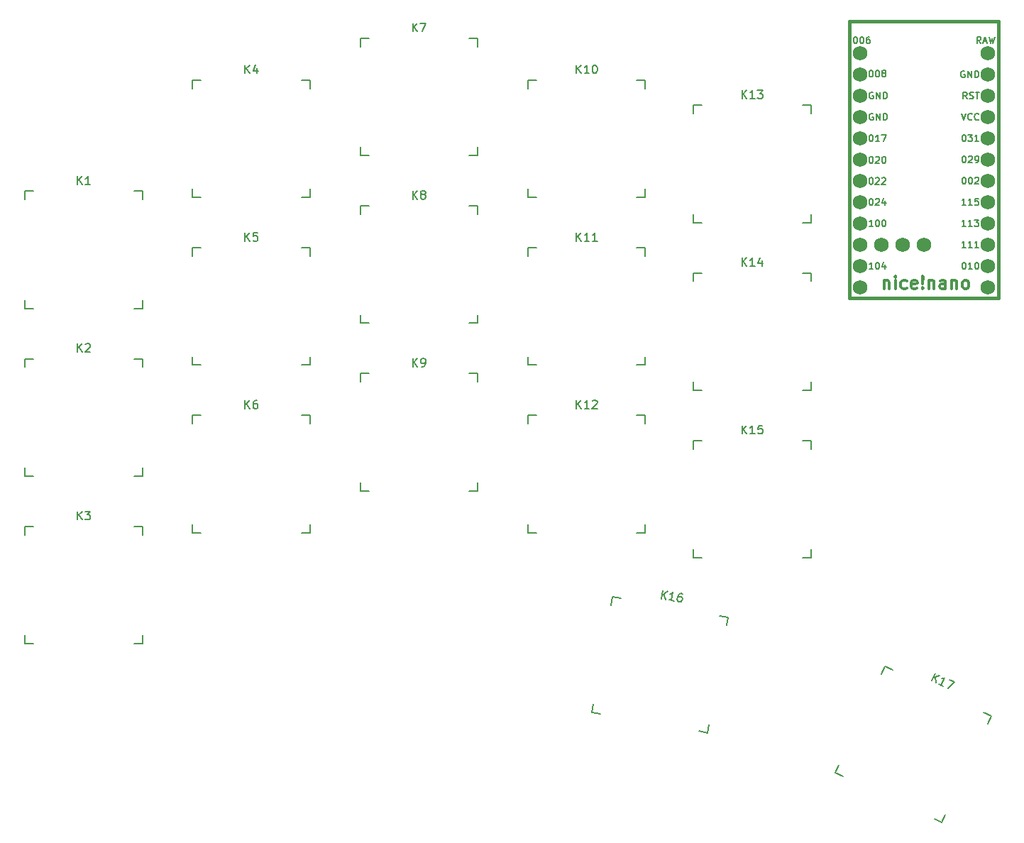
<source format=gbr>
%TF.GenerationSoftware,KiCad,Pcbnew,9.0.2*%
%TF.CreationDate,2025-05-24T14:32:55-04:00*%
%TF.ProjectId,ErgoDecks,4572676f-4465-4636-9b73-2e6b69636164,rev?*%
%TF.SameCoordinates,Original*%
%TF.FileFunction,Legend,Top*%
%TF.FilePolarity,Positive*%
%FSLAX46Y46*%
G04 Gerber Fmt 4.6, Leading zero omitted, Abs format (unit mm)*
G04 Created by KiCad (PCBNEW 9.0.2) date 2025-05-24 14:32:55*
%MOMM*%
%LPD*%
G01*
G04 APERTURE LIST*
%ADD10C,0.150000*%
%ADD11C,0.300000*%
%ADD12C,0.381000*%
%ADD13C,1.752600*%
G04 APERTURE END LIST*
D10*
X105935714Y-101949819D02*
X105935714Y-100949819D01*
X106507142Y-101949819D02*
X106078571Y-101378390D01*
X106507142Y-100949819D02*
X105935714Y-101521247D01*
X107459523Y-101949819D02*
X106888095Y-101949819D01*
X107173809Y-101949819D02*
X107173809Y-100949819D01*
X107173809Y-100949819D02*
X107078571Y-101092676D01*
X107078571Y-101092676D02*
X106983333Y-101187914D01*
X106983333Y-101187914D02*
X106888095Y-101235533D01*
X108364285Y-100949819D02*
X107888095Y-100949819D01*
X107888095Y-100949819D02*
X107840476Y-101426009D01*
X107840476Y-101426009D02*
X107888095Y-101378390D01*
X107888095Y-101378390D02*
X107983333Y-101330771D01*
X107983333Y-101330771D02*
X108221428Y-101330771D01*
X108221428Y-101330771D02*
X108316666Y-101378390D01*
X108316666Y-101378390D02*
X108364285Y-101426009D01*
X108364285Y-101426009D02*
X108411904Y-101521247D01*
X108411904Y-101521247D02*
X108411904Y-101759342D01*
X108411904Y-101759342D02*
X108364285Y-101854580D01*
X108364285Y-101854580D02*
X108316666Y-101902200D01*
X108316666Y-101902200D02*
X108221428Y-101949819D01*
X108221428Y-101949819D02*
X107983333Y-101949819D01*
X107983333Y-101949819D02*
X107888095Y-101902200D01*
X107888095Y-101902200D02*
X107840476Y-101854580D01*
X26661905Y-72199819D02*
X26661905Y-71199819D01*
X27233333Y-72199819D02*
X26804762Y-71628390D01*
X27233333Y-71199819D02*
X26661905Y-71771247D01*
X28185714Y-72199819D02*
X27614286Y-72199819D01*
X27900000Y-72199819D02*
X27900000Y-71199819D01*
X27900000Y-71199819D02*
X27804762Y-71342676D01*
X27804762Y-71342676D02*
X27709524Y-71437914D01*
X27709524Y-71437914D02*
X27614286Y-71485533D01*
X128595982Y-131417455D02*
X129018600Y-130511147D01*
X129113872Y-131658951D02*
X128966951Y-130959939D01*
X129536490Y-130752644D02*
X128777104Y-131029038D01*
X129977022Y-132061445D02*
X129459132Y-131819949D01*
X129718077Y-131940697D02*
X130140696Y-131034389D01*
X130140696Y-131034389D02*
X129994007Y-131123612D01*
X129994007Y-131123612D02*
X129867442Y-131169678D01*
X129867442Y-131169678D02*
X129761002Y-131172586D01*
X130701743Y-131296010D02*
X131305949Y-131577755D01*
X131305949Y-131577755D02*
X130494913Y-132302941D01*
X66661905Y-93949819D02*
X66661905Y-92949819D01*
X67233333Y-93949819D02*
X66804762Y-93378390D01*
X67233333Y-92949819D02*
X66661905Y-93521247D01*
X67709524Y-93949819D02*
X67900000Y-93949819D01*
X67900000Y-93949819D02*
X67995238Y-93902200D01*
X67995238Y-93902200D02*
X68042857Y-93854580D01*
X68042857Y-93854580D02*
X68138095Y-93711723D01*
X68138095Y-93711723D02*
X68185714Y-93521247D01*
X68185714Y-93521247D02*
X68185714Y-93140295D01*
X68185714Y-93140295D02*
X68138095Y-93045057D01*
X68138095Y-93045057D02*
X68090476Y-92997438D01*
X68090476Y-92997438D02*
X67995238Y-92949819D01*
X67995238Y-92949819D02*
X67804762Y-92949819D01*
X67804762Y-92949819D02*
X67709524Y-92997438D01*
X67709524Y-92997438D02*
X67661905Y-93045057D01*
X67661905Y-93045057D02*
X67614286Y-93140295D01*
X67614286Y-93140295D02*
X67614286Y-93378390D01*
X67614286Y-93378390D02*
X67661905Y-93473628D01*
X67661905Y-93473628D02*
X67709524Y-93521247D01*
X67709524Y-93521247D02*
X67804762Y-93568866D01*
X67804762Y-93568866D02*
X67995238Y-93568866D01*
X67995238Y-93568866D02*
X68090476Y-93521247D01*
X68090476Y-93521247D02*
X68138095Y-93473628D01*
X68138095Y-93473628D02*
X68185714Y-93378390D01*
X96308649Y-121607462D02*
X96482297Y-120622655D01*
X96871396Y-121706690D02*
X96548563Y-121069522D01*
X97045044Y-120721882D02*
X96383070Y-121185402D01*
X97809308Y-121872069D02*
X97246561Y-121772842D01*
X97527935Y-121822455D02*
X97701583Y-120837648D01*
X97701583Y-120837648D02*
X97582985Y-120961796D01*
X97582985Y-120961796D02*
X97472656Y-121039050D01*
X97472656Y-121039050D02*
X97370596Y-121069407D01*
X98827078Y-121036103D02*
X98639495Y-121003027D01*
X98639495Y-121003027D02*
X98537435Y-121033384D01*
X98537435Y-121033384D02*
X98482270Y-121072011D01*
X98482270Y-121072011D02*
X98363672Y-121196160D01*
X98363672Y-121196160D02*
X98283701Y-121375473D01*
X98283701Y-121375473D02*
X98217549Y-121750638D01*
X98217549Y-121750638D02*
X98247907Y-121852699D01*
X98247907Y-121852699D02*
X98286533Y-121907863D01*
X98286533Y-121907863D02*
X98372056Y-121971297D01*
X98372056Y-121971297D02*
X98559638Y-122004372D01*
X98559638Y-122004372D02*
X98661698Y-121974015D01*
X98661698Y-121974015D02*
X98716863Y-121935388D01*
X98716863Y-121935388D02*
X98780296Y-121849866D01*
X98780296Y-121849866D02*
X98821641Y-121615388D01*
X98821641Y-121615388D02*
X98791284Y-121513328D01*
X98791284Y-121513328D02*
X98752657Y-121458163D01*
X98752657Y-121458163D02*
X98667135Y-121394730D01*
X98667135Y-121394730D02*
X98479552Y-121361654D01*
X98479552Y-121361654D02*
X98377492Y-121392011D01*
X98377492Y-121392011D02*
X98322327Y-121430638D01*
X98322327Y-121430638D02*
X98258894Y-121516160D01*
X46661905Y-78949819D02*
X46661905Y-77949819D01*
X47233333Y-78949819D02*
X46804762Y-78378390D01*
X47233333Y-77949819D02*
X46661905Y-78521247D01*
X48138095Y-77949819D02*
X47661905Y-77949819D01*
X47661905Y-77949819D02*
X47614286Y-78426009D01*
X47614286Y-78426009D02*
X47661905Y-78378390D01*
X47661905Y-78378390D02*
X47757143Y-78330771D01*
X47757143Y-78330771D02*
X47995238Y-78330771D01*
X47995238Y-78330771D02*
X48090476Y-78378390D01*
X48090476Y-78378390D02*
X48138095Y-78426009D01*
X48138095Y-78426009D02*
X48185714Y-78521247D01*
X48185714Y-78521247D02*
X48185714Y-78759342D01*
X48185714Y-78759342D02*
X48138095Y-78854580D01*
X48138095Y-78854580D02*
X48090476Y-78902200D01*
X48090476Y-78902200D02*
X47995238Y-78949819D01*
X47995238Y-78949819D02*
X47757143Y-78949819D01*
X47757143Y-78949819D02*
X47661905Y-78902200D01*
X47661905Y-78902200D02*
X47614286Y-78854580D01*
X121312810Y-71362295D02*
X121389000Y-71362295D01*
X121389000Y-71362295D02*
X121465191Y-71400390D01*
X121465191Y-71400390D02*
X121503286Y-71438485D01*
X121503286Y-71438485D02*
X121541381Y-71514676D01*
X121541381Y-71514676D02*
X121579476Y-71667057D01*
X121579476Y-71667057D02*
X121579476Y-71857533D01*
X121579476Y-71857533D02*
X121541381Y-72009914D01*
X121541381Y-72009914D02*
X121503286Y-72086104D01*
X121503286Y-72086104D02*
X121465191Y-72124200D01*
X121465191Y-72124200D02*
X121389000Y-72162295D01*
X121389000Y-72162295D02*
X121312810Y-72162295D01*
X121312810Y-72162295D02*
X121236619Y-72124200D01*
X121236619Y-72124200D02*
X121198524Y-72086104D01*
X121198524Y-72086104D02*
X121160429Y-72009914D01*
X121160429Y-72009914D02*
X121122333Y-71857533D01*
X121122333Y-71857533D02*
X121122333Y-71667057D01*
X121122333Y-71667057D02*
X121160429Y-71514676D01*
X121160429Y-71514676D02*
X121198524Y-71438485D01*
X121198524Y-71438485D02*
X121236619Y-71400390D01*
X121236619Y-71400390D02*
X121312810Y-71362295D01*
X121884238Y-71438485D02*
X121922334Y-71400390D01*
X121922334Y-71400390D02*
X121998524Y-71362295D01*
X121998524Y-71362295D02*
X122189000Y-71362295D01*
X122189000Y-71362295D02*
X122265191Y-71400390D01*
X122265191Y-71400390D02*
X122303286Y-71438485D01*
X122303286Y-71438485D02*
X122341381Y-71514676D01*
X122341381Y-71514676D02*
X122341381Y-71590866D01*
X122341381Y-71590866D02*
X122303286Y-71705152D01*
X122303286Y-71705152D02*
X121846143Y-72162295D01*
X121846143Y-72162295D02*
X122341381Y-72162295D01*
X122646143Y-71438485D02*
X122684239Y-71400390D01*
X122684239Y-71400390D02*
X122760429Y-71362295D01*
X122760429Y-71362295D02*
X122950905Y-71362295D01*
X122950905Y-71362295D02*
X123027096Y-71400390D01*
X123027096Y-71400390D02*
X123065191Y-71438485D01*
X123065191Y-71438485D02*
X123103286Y-71514676D01*
X123103286Y-71514676D02*
X123103286Y-71590866D01*
X123103286Y-71590866D02*
X123065191Y-71705152D01*
X123065191Y-71705152D02*
X122608048Y-72162295D01*
X122608048Y-72162295D02*
X123103286Y-72162295D01*
X121312810Y-66262295D02*
X121389000Y-66262295D01*
X121389000Y-66262295D02*
X121465191Y-66300390D01*
X121465191Y-66300390D02*
X121503286Y-66338485D01*
X121503286Y-66338485D02*
X121541381Y-66414676D01*
X121541381Y-66414676D02*
X121579476Y-66567057D01*
X121579476Y-66567057D02*
X121579476Y-66757533D01*
X121579476Y-66757533D02*
X121541381Y-66909914D01*
X121541381Y-66909914D02*
X121503286Y-66986104D01*
X121503286Y-66986104D02*
X121465191Y-67024200D01*
X121465191Y-67024200D02*
X121389000Y-67062295D01*
X121389000Y-67062295D02*
X121312810Y-67062295D01*
X121312810Y-67062295D02*
X121236619Y-67024200D01*
X121236619Y-67024200D02*
X121198524Y-66986104D01*
X121198524Y-66986104D02*
X121160429Y-66909914D01*
X121160429Y-66909914D02*
X121122333Y-66757533D01*
X121122333Y-66757533D02*
X121122333Y-66567057D01*
X121122333Y-66567057D02*
X121160429Y-66414676D01*
X121160429Y-66414676D02*
X121198524Y-66338485D01*
X121198524Y-66338485D02*
X121236619Y-66300390D01*
X121236619Y-66300390D02*
X121312810Y-66262295D01*
X122341381Y-67062295D02*
X121884238Y-67062295D01*
X122112810Y-67062295D02*
X122112810Y-66262295D01*
X122112810Y-66262295D02*
X122036619Y-66376580D01*
X122036619Y-66376580D02*
X121960429Y-66452771D01*
X121960429Y-66452771D02*
X121884238Y-66490866D01*
X122608048Y-66262295D02*
X123141382Y-66262295D01*
X123141382Y-66262295D02*
X122798524Y-67062295D01*
X121579475Y-77212295D02*
X121122332Y-77212295D01*
X121350904Y-77212295D02*
X121350904Y-76412295D01*
X121350904Y-76412295D02*
X121274713Y-76526580D01*
X121274713Y-76526580D02*
X121198523Y-76602771D01*
X121198523Y-76602771D02*
X121122332Y-76640866D01*
X122074714Y-76412295D02*
X122150904Y-76412295D01*
X122150904Y-76412295D02*
X122227095Y-76450390D01*
X122227095Y-76450390D02*
X122265190Y-76488485D01*
X122265190Y-76488485D02*
X122303285Y-76564676D01*
X122303285Y-76564676D02*
X122341380Y-76717057D01*
X122341380Y-76717057D02*
X122341380Y-76907533D01*
X122341380Y-76907533D02*
X122303285Y-77059914D01*
X122303285Y-77059914D02*
X122265190Y-77136104D01*
X122265190Y-77136104D02*
X122227095Y-77174200D01*
X122227095Y-77174200D02*
X122150904Y-77212295D01*
X122150904Y-77212295D02*
X122074714Y-77212295D01*
X122074714Y-77212295D02*
X121998523Y-77174200D01*
X121998523Y-77174200D02*
X121960428Y-77136104D01*
X121960428Y-77136104D02*
X121922333Y-77059914D01*
X121922333Y-77059914D02*
X121884237Y-76907533D01*
X121884237Y-76907533D02*
X121884237Y-76717057D01*
X121884237Y-76717057D02*
X121922333Y-76564676D01*
X121922333Y-76564676D02*
X121960428Y-76488485D01*
X121960428Y-76488485D02*
X121998523Y-76450390D01*
X121998523Y-76450390D02*
X122074714Y-76412295D01*
X122836619Y-76412295D02*
X122912809Y-76412295D01*
X122912809Y-76412295D02*
X122989000Y-76450390D01*
X122989000Y-76450390D02*
X123027095Y-76488485D01*
X123027095Y-76488485D02*
X123065190Y-76564676D01*
X123065190Y-76564676D02*
X123103285Y-76717057D01*
X123103285Y-76717057D02*
X123103285Y-76907533D01*
X123103285Y-76907533D02*
X123065190Y-77059914D01*
X123065190Y-77059914D02*
X123027095Y-77136104D01*
X123027095Y-77136104D02*
X122989000Y-77174200D01*
X122989000Y-77174200D02*
X122912809Y-77212295D01*
X122912809Y-77212295D02*
X122836619Y-77212295D01*
X122836619Y-77212295D02*
X122760428Y-77174200D01*
X122760428Y-77174200D02*
X122722333Y-77136104D01*
X122722333Y-77136104D02*
X122684238Y-77059914D01*
X122684238Y-77059914D02*
X122646142Y-76907533D01*
X122646142Y-76907533D02*
X122646142Y-76717057D01*
X122646142Y-76717057D02*
X122684238Y-76564676D01*
X122684238Y-76564676D02*
X122722333Y-76488485D01*
X122722333Y-76488485D02*
X122760428Y-76450390D01*
X122760428Y-76450390D02*
X122836619Y-76412295D01*
X132387191Y-68792295D02*
X132463381Y-68792295D01*
X132463381Y-68792295D02*
X132539572Y-68830390D01*
X132539572Y-68830390D02*
X132577667Y-68868485D01*
X132577667Y-68868485D02*
X132615762Y-68944676D01*
X132615762Y-68944676D02*
X132653857Y-69097057D01*
X132653857Y-69097057D02*
X132653857Y-69287533D01*
X132653857Y-69287533D02*
X132615762Y-69439914D01*
X132615762Y-69439914D02*
X132577667Y-69516104D01*
X132577667Y-69516104D02*
X132539572Y-69554200D01*
X132539572Y-69554200D02*
X132463381Y-69592295D01*
X132463381Y-69592295D02*
X132387191Y-69592295D01*
X132387191Y-69592295D02*
X132311000Y-69554200D01*
X132311000Y-69554200D02*
X132272905Y-69516104D01*
X132272905Y-69516104D02*
X132234810Y-69439914D01*
X132234810Y-69439914D02*
X132196714Y-69287533D01*
X132196714Y-69287533D02*
X132196714Y-69097057D01*
X132196714Y-69097057D02*
X132234810Y-68944676D01*
X132234810Y-68944676D02*
X132272905Y-68868485D01*
X132272905Y-68868485D02*
X132311000Y-68830390D01*
X132311000Y-68830390D02*
X132387191Y-68792295D01*
X132958619Y-68868485D02*
X132996715Y-68830390D01*
X132996715Y-68830390D02*
X133072905Y-68792295D01*
X133072905Y-68792295D02*
X133263381Y-68792295D01*
X133263381Y-68792295D02*
X133339572Y-68830390D01*
X133339572Y-68830390D02*
X133377667Y-68868485D01*
X133377667Y-68868485D02*
X133415762Y-68944676D01*
X133415762Y-68944676D02*
X133415762Y-69020866D01*
X133415762Y-69020866D02*
X133377667Y-69135152D01*
X133377667Y-69135152D02*
X132920524Y-69592295D01*
X132920524Y-69592295D02*
X133415762Y-69592295D01*
X133796715Y-69592295D02*
X133949096Y-69592295D01*
X133949096Y-69592295D02*
X134025286Y-69554200D01*
X134025286Y-69554200D02*
X134063382Y-69516104D01*
X134063382Y-69516104D02*
X134139572Y-69401819D01*
X134139572Y-69401819D02*
X134177667Y-69249438D01*
X134177667Y-69249438D02*
X134177667Y-68944676D01*
X134177667Y-68944676D02*
X134139572Y-68868485D01*
X134139572Y-68868485D02*
X134101477Y-68830390D01*
X134101477Y-68830390D02*
X134025286Y-68792295D01*
X134025286Y-68792295D02*
X133872905Y-68792295D01*
X133872905Y-68792295D02*
X133796715Y-68830390D01*
X133796715Y-68830390D02*
X133758620Y-68868485D01*
X133758620Y-68868485D02*
X133720524Y-68944676D01*
X133720524Y-68944676D02*
X133720524Y-69135152D01*
X133720524Y-69135152D02*
X133758620Y-69211342D01*
X133758620Y-69211342D02*
X133796715Y-69249438D01*
X133796715Y-69249438D02*
X133872905Y-69287533D01*
X133872905Y-69287533D02*
X134025286Y-69287533D01*
X134025286Y-69287533D02*
X134101477Y-69249438D01*
X134101477Y-69249438D02*
X134139572Y-69211342D01*
X134139572Y-69211342D02*
X134177667Y-69135152D01*
X132387191Y-71332295D02*
X132463381Y-71332295D01*
X132463381Y-71332295D02*
X132539572Y-71370390D01*
X132539572Y-71370390D02*
X132577667Y-71408485D01*
X132577667Y-71408485D02*
X132615762Y-71484676D01*
X132615762Y-71484676D02*
X132653857Y-71637057D01*
X132653857Y-71637057D02*
X132653857Y-71827533D01*
X132653857Y-71827533D02*
X132615762Y-71979914D01*
X132615762Y-71979914D02*
X132577667Y-72056104D01*
X132577667Y-72056104D02*
X132539572Y-72094200D01*
X132539572Y-72094200D02*
X132463381Y-72132295D01*
X132463381Y-72132295D02*
X132387191Y-72132295D01*
X132387191Y-72132295D02*
X132311000Y-72094200D01*
X132311000Y-72094200D02*
X132272905Y-72056104D01*
X132272905Y-72056104D02*
X132234810Y-71979914D01*
X132234810Y-71979914D02*
X132196714Y-71827533D01*
X132196714Y-71827533D02*
X132196714Y-71637057D01*
X132196714Y-71637057D02*
X132234810Y-71484676D01*
X132234810Y-71484676D02*
X132272905Y-71408485D01*
X132272905Y-71408485D02*
X132311000Y-71370390D01*
X132311000Y-71370390D02*
X132387191Y-71332295D01*
X133149096Y-71332295D02*
X133225286Y-71332295D01*
X133225286Y-71332295D02*
X133301477Y-71370390D01*
X133301477Y-71370390D02*
X133339572Y-71408485D01*
X133339572Y-71408485D02*
X133377667Y-71484676D01*
X133377667Y-71484676D02*
X133415762Y-71637057D01*
X133415762Y-71637057D02*
X133415762Y-71827533D01*
X133415762Y-71827533D02*
X133377667Y-71979914D01*
X133377667Y-71979914D02*
X133339572Y-72056104D01*
X133339572Y-72056104D02*
X133301477Y-72094200D01*
X133301477Y-72094200D02*
X133225286Y-72132295D01*
X133225286Y-72132295D02*
X133149096Y-72132295D01*
X133149096Y-72132295D02*
X133072905Y-72094200D01*
X133072905Y-72094200D02*
X133034810Y-72056104D01*
X133034810Y-72056104D02*
X132996715Y-71979914D01*
X132996715Y-71979914D02*
X132958619Y-71827533D01*
X132958619Y-71827533D02*
X132958619Y-71637057D01*
X132958619Y-71637057D02*
X132996715Y-71484676D01*
X132996715Y-71484676D02*
X133034810Y-71408485D01*
X133034810Y-71408485D02*
X133072905Y-71370390D01*
X133072905Y-71370390D02*
X133149096Y-71332295D01*
X133720524Y-71408485D02*
X133758620Y-71370390D01*
X133758620Y-71370390D02*
X133834810Y-71332295D01*
X133834810Y-71332295D02*
X134025286Y-71332295D01*
X134025286Y-71332295D02*
X134101477Y-71370390D01*
X134101477Y-71370390D02*
X134139572Y-71408485D01*
X134139572Y-71408485D02*
X134177667Y-71484676D01*
X134177667Y-71484676D02*
X134177667Y-71560866D01*
X134177667Y-71560866D02*
X134139572Y-71675152D01*
X134139572Y-71675152D02*
X133682429Y-72132295D01*
X133682429Y-72132295D02*
X134177667Y-72132295D01*
X132653857Y-74672295D02*
X132196714Y-74672295D01*
X132425286Y-74672295D02*
X132425286Y-73872295D01*
X132425286Y-73872295D02*
X132349095Y-73986580D01*
X132349095Y-73986580D02*
X132272905Y-74062771D01*
X132272905Y-74062771D02*
X132196714Y-74100866D01*
X133415762Y-74672295D02*
X132958619Y-74672295D01*
X133187191Y-74672295D02*
X133187191Y-73872295D01*
X133187191Y-73872295D02*
X133111000Y-73986580D01*
X133111000Y-73986580D02*
X133034810Y-74062771D01*
X133034810Y-74062771D02*
X132958619Y-74100866D01*
X134139572Y-73872295D02*
X133758620Y-73872295D01*
X133758620Y-73872295D02*
X133720524Y-74253247D01*
X133720524Y-74253247D02*
X133758620Y-74215152D01*
X133758620Y-74215152D02*
X133834810Y-74177057D01*
X133834810Y-74177057D02*
X134025286Y-74177057D01*
X134025286Y-74177057D02*
X134101477Y-74215152D01*
X134101477Y-74215152D02*
X134139572Y-74253247D01*
X134139572Y-74253247D02*
X134177667Y-74329438D01*
X134177667Y-74329438D02*
X134177667Y-74519914D01*
X134177667Y-74519914D02*
X134139572Y-74596104D01*
X134139572Y-74596104D02*
X134101477Y-74634200D01*
X134101477Y-74634200D02*
X134025286Y-74672295D01*
X134025286Y-74672295D02*
X133834810Y-74672295D01*
X133834810Y-74672295D02*
X133758620Y-74634200D01*
X133758620Y-74634200D02*
X133720524Y-74596104D01*
X121312809Y-58562295D02*
X121388999Y-58562295D01*
X121388999Y-58562295D02*
X121465190Y-58600390D01*
X121465190Y-58600390D02*
X121503285Y-58638485D01*
X121503285Y-58638485D02*
X121541380Y-58714676D01*
X121541380Y-58714676D02*
X121579475Y-58867057D01*
X121579475Y-58867057D02*
X121579475Y-59057533D01*
X121579475Y-59057533D02*
X121541380Y-59209914D01*
X121541380Y-59209914D02*
X121503285Y-59286104D01*
X121503285Y-59286104D02*
X121465190Y-59324200D01*
X121465190Y-59324200D02*
X121388999Y-59362295D01*
X121388999Y-59362295D02*
X121312809Y-59362295D01*
X121312809Y-59362295D02*
X121236618Y-59324200D01*
X121236618Y-59324200D02*
X121198523Y-59286104D01*
X121198523Y-59286104D02*
X121160428Y-59209914D01*
X121160428Y-59209914D02*
X121122332Y-59057533D01*
X121122332Y-59057533D02*
X121122332Y-58867057D01*
X121122332Y-58867057D02*
X121160428Y-58714676D01*
X121160428Y-58714676D02*
X121198523Y-58638485D01*
X121198523Y-58638485D02*
X121236618Y-58600390D01*
X121236618Y-58600390D02*
X121312809Y-58562295D01*
X122074714Y-58562295D02*
X122150904Y-58562295D01*
X122150904Y-58562295D02*
X122227095Y-58600390D01*
X122227095Y-58600390D02*
X122265190Y-58638485D01*
X122265190Y-58638485D02*
X122303285Y-58714676D01*
X122303285Y-58714676D02*
X122341380Y-58867057D01*
X122341380Y-58867057D02*
X122341380Y-59057533D01*
X122341380Y-59057533D02*
X122303285Y-59209914D01*
X122303285Y-59209914D02*
X122265190Y-59286104D01*
X122265190Y-59286104D02*
X122227095Y-59324200D01*
X122227095Y-59324200D02*
X122150904Y-59362295D01*
X122150904Y-59362295D02*
X122074714Y-59362295D01*
X122074714Y-59362295D02*
X121998523Y-59324200D01*
X121998523Y-59324200D02*
X121960428Y-59286104D01*
X121960428Y-59286104D02*
X121922333Y-59209914D01*
X121922333Y-59209914D02*
X121884237Y-59057533D01*
X121884237Y-59057533D02*
X121884237Y-58867057D01*
X121884237Y-58867057D02*
X121922333Y-58714676D01*
X121922333Y-58714676D02*
X121960428Y-58638485D01*
X121960428Y-58638485D02*
X121998523Y-58600390D01*
X121998523Y-58600390D02*
X122074714Y-58562295D01*
X122798523Y-58905152D02*
X122722333Y-58867057D01*
X122722333Y-58867057D02*
X122684238Y-58828961D01*
X122684238Y-58828961D02*
X122646142Y-58752771D01*
X122646142Y-58752771D02*
X122646142Y-58714676D01*
X122646142Y-58714676D02*
X122684238Y-58638485D01*
X122684238Y-58638485D02*
X122722333Y-58600390D01*
X122722333Y-58600390D02*
X122798523Y-58562295D01*
X122798523Y-58562295D02*
X122950904Y-58562295D01*
X122950904Y-58562295D02*
X123027095Y-58600390D01*
X123027095Y-58600390D02*
X123065190Y-58638485D01*
X123065190Y-58638485D02*
X123103285Y-58714676D01*
X123103285Y-58714676D02*
X123103285Y-58752771D01*
X123103285Y-58752771D02*
X123065190Y-58828961D01*
X123065190Y-58828961D02*
X123027095Y-58867057D01*
X123027095Y-58867057D02*
X122950904Y-58905152D01*
X122950904Y-58905152D02*
X122798523Y-58905152D01*
X122798523Y-58905152D02*
X122722333Y-58943247D01*
X122722333Y-58943247D02*
X122684238Y-58981342D01*
X122684238Y-58981342D02*
X122646142Y-59057533D01*
X122646142Y-59057533D02*
X122646142Y-59209914D01*
X122646142Y-59209914D02*
X122684238Y-59286104D01*
X122684238Y-59286104D02*
X122722333Y-59324200D01*
X122722333Y-59324200D02*
X122798523Y-59362295D01*
X122798523Y-59362295D02*
X122950904Y-59362295D01*
X122950904Y-59362295D02*
X123027095Y-59324200D01*
X123027095Y-59324200D02*
X123065190Y-59286104D01*
X123065190Y-59286104D02*
X123103285Y-59209914D01*
X123103285Y-59209914D02*
X123103285Y-59057533D01*
X123103285Y-59057533D02*
X123065190Y-58981342D01*
X123065190Y-58981342D02*
X123027095Y-58943247D01*
X123027095Y-58943247D02*
X122950904Y-58905152D01*
X119450000Y-54562295D02*
X119526190Y-54562295D01*
X119526190Y-54562295D02*
X119602381Y-54600390D01*
X119602381Y-54600390D02*
X119640476Y-54638485D01*
X119640476Y-54638485D02*
X119678571Y-54714676D01*
X119678571Y-54714676D02*
X119716666Y-54867057D01*
X119716666Y-54867057D02*
X119716666Y-55057533D01*
X119716666Y-55057533D02*
X119678571Y-55209914D01*
X119678571Y-55209914D02*
X119640476Y-55286104D01*
X119640476Y-55286104D02*
X119602381Y-55324200D01*
X119602381Y-55324200D02*
X119526190Y-55362295D01*
X119526190Y-55362295D02*
X119450000Y-55362295D01*
X119450000Y-55362295D02*
X119373809Y-55324200D01*
X119373809Y-55324200D02*
X119335714Y-55286104D01*
X119335714Y-55286104D02*
X119297619Y-55209914D01*
X119297619Y-55209914D02*
X119259523Y-55057533D01*
X119259523Y-55057533D02*
X119259523Y-54867057D01*
X119259523Y-54867057D02*
X119297619Y-54714676D01*
X119297619Y-54714676D02*
X119335714Y-54638485D01*
X119335714Y-54638485D02*
X119373809Y-54600390D01*
X119373809Y-54600390D02*
X119450000Y-54562295D01*
X120211905Y-54562295D02*
X120288095Y-54562295D01*
X120288095Y-54562295D02*
X120364286Y-54600390D01*
X120364286Y-54600390D02*
X120402381Y-54638485D01*
X120402381Y-54638485D02*
X120440476Y-54714676D01*
X120440476Y-54714676D02*
X120478571Y-54867057D01*
X120478571Y-54867057D02*
X120478571Y-55057533D01*
X120478571Y-55057533D02*
X120440476Y-55209914D01*
X120440476Y-55209914D02*
X120402381Y-55286104D01*
X120402381Y-55286104D02*
X120364286Y-55324200D01*
X120364286Y-55324200D02*
X120288095Y-55362295D01*
X120288095Y-55362295D02*
X120211905Y-55362295D01*
X120211905Y-55362295D02*
X120135714Y-55324200D01*
X120135714Y-55324200D02*
X120097619Y-55286104D01*
X120097619Y-55286104D02*
X120059524Y-55209914D01*
X120059524Y-55209914D02*
X120021428Y-55057533D01*
X120021428Y-55057533D02*
X120021428Y-54867057D01*
X120021428Y-54867057D02*
X120059524Y-54714676D01*
X120059524Y-54714676D02*
X120097619Y-54638485D01*
X120097619Y-54638485D02*
X120135714Y-54600390D01*
X120135714Y-54600390D02*
X120211905Y-54562295D01*
X121164286Y-54562295D02*
X121011905Y-54562295D01*
X121011905Y-54562295D02*
X120935714Y-54600390D01*
X120935714Y-54600390D02*
X120897619Y-54638485D01*
X120897619Y-54638485D02*
X120821429Y-54752771D01*
X120821429Y-54752771D02*
X120783333Y-54905152D01*
X120783333Y-54905152D02*
X120783333Y-55209914D01*
X120783333Y-55209914D02*
X120821429Y-55286104D01*
X120821429Y-55286104D02*
X120859524Y-55324200D01*
X120859524Y-55324200D02*
X120935714Y-55362295D01*
X120935714Y-55362295D02*
X121088095Y-55362295D01*
X121088095Y-55362295D02*
X121164286Y-55324200D01*
X121164286Y-55324200D02*
X121202381Y-55286104D01*
X121202381Y-55286104D02*
X121240476Y-55209914D01*
X121240476Y-55209914D02*
X121240476Y-55019438D01*
X121240476Y-55019438D02*
X121202381Y-54943247D01*
X121202381Y-54943247D02*
X121164286Y-54905152D01*
X121164286Y-54905152D02*
X121088095Y-54867057D01*
X121088095Y-54867057D02*
X120935714Y-54867057D01*
X120935714Y-54867057D02*
X120859524Y-54905152D01*
X120859524Y-54905152D02*
X120821429Y-54943247D01*
X120821429Y-54943247D02*
X120783333Y-55019438D01*
X134447619Y-55362295D02*
X134180952Y-54981342D01*
X133990476Y-55362295D02*
X133990476Y-54562295D01*
X133990476Y-54562295D02*
X134295238Y-54562295D01*
X134295238Y-54562295D02*
X134371428Y-54600390D01*
X134371428Y-54600390D02*
X134409523Y-54638485D01*
X134409523Y-54638485D02*
X134447619Y-54714676D01*
X134447619Y-54714676D02*
X134447619Y-54828961D01*
X134447619Y-54828961D02*
X134409523Y-54905152D01*
X134409523Y-54905152D02*
X134371428Y-54943247D01*
X134371428Y-54943247D02*
X134295238Y-54981342D01*
X134295238Y-54981342D02*
X133990476Y-54981342D01*
X134752380Y-55133723D02*
X135133333Y-55133723D01*
X134676190Y-55362295D02*
X134942857Y-54562295D01*
X134942857Y-54562295D02*
X135209523Y-55362295D01*
X135399999Y-54562295D02*
X135590475Y-55362295D01*
X135590475Y-55362295D02*
X135742856Y-54790866D01*
X135742856Y-54790866D02*
X135895237Y-55362295D01*
X135895237Y-55362295D02*
X136085714Y-54562295D01*
X132653857Y-77212295D02*
X132196714Y-77212295D01*
X132425286Y-77212295D02*
X132425286Y-76412295D01*
X132425286Y-76412295D02*
X132349095Y-76526580D01*
X132349095Y-76526580D02*
X132272905Y-76602771D01*
X132272905Y-76602771D02*
X132196714Y-76640866D01*
X133415762Y-77212295D02*
X132958619Y-77212295D01*
X133187191Y-77212295D02*
X133187191Y-76412295D01*
X133187191Y-76412295D02*
X133111000Y-76526580D01*
X133111000Y-76526580D02*
X133034810Y-76602771D01*
X133034810Y-76602771D02*
X132958619Y-76640866D01*
X133682429Y-76412295D02*
X134177667Y-76412295D01*
X134177667Y-76412295D02*
X133911001Y-76717057D01*
X133911001Y-76717057D02*
X134025286Y-76717057D01*
X134025286Y-76717057D02*
X134101477Y-76755152D01*
X134101477Y-76755152D02*
X134139572Y-76793247D01*
X134139572Y-76793247D02*
X134177667Y-76869438D01*
X134177667Y-76869438D02*
X134177667Y-77059914D01*
X134177667Y-77059914D02*
X134139572Y-77136104D01*
X134139572Y-77136104D02*
X134101477Y-77174200D01*
X134101477Y-77174200D02*
X134025286Y-77212295D01*
X134025286Y-77212295D02*
X133796715Y-77212295D01*
X133796715Y-77212295D02*
X133720524Y-77174200D01*
X133720524Y-77174200D02*
X133682429Y-77136104D01*
X121579476Y-63750390D02*
X121503286Y-63712295D01*
X121503286Y-63712295D02*
X121389000Y-63712295D01*
X121389000Y-63712295D02*
X121274714Y-63750390D01*
X121274714Y-63750390D02*
X121198524Y-63826580D01*
X121198524Y-63826580D02*
X121160429Y-63902771D01*
X121160429Y-63902771D02*
X121122333Y-64055152D01*
X121122333Y-64055152D02*
X121122333Y-64169438D01*
X121122333Y-64169438D02*
X121160429Y-64321819D01*
X121160429Y-64321819D02*
X121198524Y-64398009D01*
X121198524Y-64398009D02*
X121274714Y-64474200D01*
X121274714Y-64474200D02*
X121389000Y-64512295D01*
X121389000Y-64512295D02*
X121465191Y-64512295D01*
X121465191Y-64512295D02*
X121579476Y-64474200D01*
X121579476Y-64474200D02*
X121617572Y-64436104D01*
X121617572Y-64436104D02*
X121617572Y-64169438D01*
X121617572Y-64169438D02*
X121465191Y-64169438D01*
X121960429Y-64512295D02*
X121960429Y-63712295D01*
X121960429Y-63712295D02*
X122417572Y-64512295D01*
X122417572Y-64512295D02*
X122417572Y-63712295D01*
X122798524Y-64512295D02*
X122798524Y-63712295D01*
X122798524Y-63712295D02*
X122989000Y-63712295D01*
X122989000Y-63712295D02*
X123103286Y-63750390D01*
X123103286Y-63750390D02*
X123179476Y-63826580D01*
X123179476Y-63826580D02*
X123217571Y-63902771D01*
X123217571Y-63902771D02*
X123255667Y-64055152D01*
X123255667Y-64055152D02*
X123255667Y-64169438D01*
X123255667Y-64169438D02*
X123217571Y-64321819D01*
X123217571Y-64321819D02*
X123179476Y-64398009D01*
X123179476Y-64398009D02*
X123103286Y-64474200D01*
X123103286Y-64474200D02*
X122989000Y-64512295D01*
X122989000Y-64512295D02*
X122798524Y-64512295D01*
D11*
X122868286Y-83640328D02*
X122868286Y-84640328D01*
X122868286Y-83783185D02*
X122939715Y-83711757D01*
X122939715Y-83711757D02*
X123082572Y-83640328D01*
X123082572Y-83640328D02*
X123296858Y-83640328D01*
X123296858Y-83640328D02*
X123439715Y-83711757D01*
X123439715Y-83711757D02*
X123511144Y-83854614D01*
X123511144Y-83854614D02*
X123511144Y-84640328D01*
X124225429Y-84640328D02*
X124225429Y-83640328D01*
X124225429Y-83140328D02*
X124154001Y-83211757D01*
X124154001Y-83211757D02*
X124225429Y-83283185D01*
X124225429Y-83283185D02*
X124296858Y-83211757D01*
X124296858Y-83211757D02*
X124225429Y-83140328D01*
X124225429Y-83140328D02*
X124225429Y-83283185D01*
X125582573Y-84568900D02*
X125439715Y-84640328D01*
X125439715Y-84640328D02*
X125154001Y-84640328D01*
X125154001Y-84640328D02*
X125011144Y-84568900D01*
X125011144Y-84568900D02*
X124939715Y-84497471D01*
X124939715Y-84497471D02*
X124868287Y-84354614D01*
X124868287Y-84354614D02*
X124868287Y-83926042D01*
X124868287Y-83926042D02*
X124939715Y-83783185D01*
X124939715Y-83783185D02*
X125011144Y-83711757D01*
X125011144Y-83711757D02*
X125154001Y-83640328D01*
X125154001Y-83640328D02*
X125439715Y-83640328D01*
X125439715Y-83640328D02*
X125582573Y-83711757D01*
X126796858Y-84568900D02*
X126654001Y-84640328D01*
X126654001Y-84640328D02*
X126368287Y-84640328D01*
X126368287Y-84640328D02*
X126225429Y-84568900D01*
X126225429Y-84568900D02*
X126154001Y-84426042D01*
X126154001Y-84426042D02*
X126154001Y-83854614D01*
X126154001Y-83854614D02*
X126225429Y-83711757D01*
X126225429Y-83711757D02*
X126368287Y-83640328D01*
X126368287Y-83640328D02*
X126654001Y-83640328D01*
X126654001Y-83640328D02*
X126796858Y-83711757D01*
X126796858Y-83711757D02*
X126868287Y-83854614D01*
X126868287Y-83854614D02*
X126868287Y-83997471D01*
X126868287Y-83997471D02*
X126154001Y-84140328D01*
X127511143Y-84497471D02*
X127582572Y-84568900D01*
X127582572Y-84568900D02*
X127511143Y-84640328D01*
X127511143Y-84640328D02*
X127439715Y-84568900D01*
X127439715Y-84568900D02*
X127511143Y-84497471D01*
X127511143Y-84497471D02*
X127511143Y-84640328D01*
X127511143Y-84068900D02*
X127439715Y-83211757D01*
X127439715Y-83211757D02*
X127511143Y-83140328D01*
X127511143Y-83140328D02*
X127582572Y-83211757D01*
X127582572Y-83211757D02*
X127511143Y-84068900D01*
X127511143Y-84068900D02*
X127511143Y-83140328D01*
X128225429Y-83640328D02*
X128225429Y-84640328D01*
X128225429Y-83783185D02*
X128296858Y-83711757D01*
X128296858Y-83711757D02*
X128439715Y-83640328D01*
X128439715Y-83640328D02*
X128654001Y-83640328D01*
X128654001Y-83640328D02*
X128796858Y-83711757D01*
X128796858Y-83711757D02*
X128868287Y-83854614D01*
X128868287Y-83854614D02*
X128868287Y-84640328D01*
X130225430Y-84640328D02*
X130225430Y-83854614D01*
X130225430Y-83854614D02*
X130154001Y-83711757D01*
X130154001Y-83711757D02*
X130011144Y-83640328D01*
X130011144Y-83640328D02*
X129725430Y-83640328D01*
X129725430Y-83640328D02*
X129582572Y-83711757D01*
X130225430Y-84568900D02*
X130082572Y-84640328D01*
X130082572Y-84640328D02*
X129725430Y-84640328D01*
X129725430Y-84640328D02*
X129582572Y-84568900D01*
X129582572Y-84568900D02*
X129511144Y-84426042D01*
X129511144Y-84426042D02*
X129511144Y-84283185D01*
X129511144Y-84283185D02*
X129582572Y-84140328D01*
X129582572Y-84140328D02*
X129725430Y-84068900D01*
X129725430Y-84068900D02*
X130082572Y-84068900D01*
X130082572Y-84068900D02*
X130225430Y-83997471D01*
X130939715Y-83640328D02*
X130939715Y-84640328D01*
X130939715Y-83783185D02*
X131011144Y-83711757D01*
X131011144Y-83711757D02*
X131154001Y-83640328D01*
X131154001Y-83640328D02*
X131368287Y-83640328D01*
X131368287Y-83640328D02*
X131511144Y-83711757D01*
X131511144Y-83711757D02*
X131582573Y-83854614D01*
X131582573Y-83854614D02*
X131582573Y-84640328D01*
X132511144Y-84640328D02*
X132368287Y-84568900D01*
X132368287Y-84568900D02*
X132296858Y-84497471D01*
X132296858Y-84497471D02*
X132225430Y-84354614D01*
X132225430Y-84354614D02*
X132225430Y-83926042D01*
X132225430Y-83926042D02*
X132296858Y-83783185D01*
X132296858Y-83783185D02*
X132368287Y-83711757D01*
X132368287Y-83711757D02*
X132511144Y-83640328D01*
X132511144Y-83640328D02*
X132725430Y-83640328D01*
X132725430Y-83640328D02*
X132868287Y-83711757D01*
X132868287Y-83711757D02*
X132939716Y-83783185D01*
X132939716Y-83783185D02*
X133011144Y-83926042D01*
X133011144Y-83926042D02*
X133011144Y-84354614D01*
X133011144Y-84354614D02*
X132939716Y-84497471D01*
X132939716Y-84497471D02*
X132868287Y-84568900D01*
X132868287Y-84568900D02*
X132725430Y-84640328D01*
X132725430Y-84640328D02*
X132511144Y-84640328D01*
D10*
X132120524Y-63712295D02*
X132387191Y-64512295D01*
X132387191Y-64512295D02*
X132653857Y-63712295D01*
X133377667Y-64436104D02*
X133339571Y-64474200D01*
X133339571Y-64474200D02*
X133225286Y-64512295D01*
X133225286Y-64512295D02*
X133149095Y-64512295D01*
X133149095Y-64512295D02*
X133034809Y-64474200D01*
X133034809Y-64474200D02*
X132958619Y-64398009D01*
X132958619Y-64398009D02*
X132920524Y-64321819D01*
X132920524Y-64321819D02*
X132882428Y-64169438D01*
X132882428Y-64169438D02*
X132882428Y-64055152D01*
X132882428Y-64055152D02*
X132920524Y-63902771D01*
X132920524Y-63902771D02*
X132958619Y-63826580D01*
X132958619Y-63826580D02*
X133034809Y-63750390D01*
X133034809Y-63750390D02*
X133149095Y-63712295D01*
X133149095Y-63712295D02*
X133225286Y-63712295D01*
X133225286Y-63712295D02*
X133339571Y-63750390D01*
X133339571Y-63750390D02*
X133377667Y-63788485D01*
X134177667Y-64436104D02*
X134139571Y-64474200D01*
X134139571Y-64474200D02*
X134025286Y-64512295D01*
X134025286Y-64512295D02*
X133949095Y-64512295D01*
X133949095Y-64512295D02*
X133834809Y-64474200D01*
X133834809Y-64474200D02*
X133758619Y-64398009D01*
X133758619Y-64398009D02*
X133720524Y-64321819D01*
X133720524Y-64321819D02*
X133682428Y-64169438D01*
X133682428Y-64169438D02*
X133682428Y-64055152D01*
X133682428Y-64055152D02*
X133720524Y-63902771D01*
X133720524Y-63902771D02*
X133758619Y-63826580D01*
X133758619Y-63826580D02*
X133834809Y-63750390D01*
X133834809Y-63750390D02*
X133949095Y-63712295D01*
X133949095Y-63712295D02*
X134025286Y-63712295D01*
X134025286Y-63712295D02*
X134139571Y-63750390D01*
X134139571Y-63750390D02*
X134177667Y-63788485D01*
X121579476Y-82292295D02*
X121122333Y-82292295D01*
X121350905Y-82292295D02*
X121350905Y-81492295D01*
X121350905Y-81492295D02*
X121274714Y-81606580D01*
X121274714Y-81606580D02*
X121198524Y-81682771D01*
X121198524Y-81682771D02*
X121122333Y-81720866D01*
X122074715Y-81492295D02*
X122150905Y-81492295D01*
X122150905Y-81492295D02*
X122227096Y-81530390D01*
X122227096Y-81530390D02*
X122265191Y-81568485D01*
X122265191Y-81568485D02*
X122303286Y-81644676D01*
X122303286Y-81644676D02*
X122341381Y-81797057D01*
X122341381Y-81797057D02*
X122341381Y-81987533D01*
X122341381Y-81987533D02*
X122303286Y-82139914D01*
X122303286Y-82139914D02*
X122265191Y-82216104D01*
X122265191Y-82216104D02*
X122227096Y-82254200D01*
X122227096Y-82254200D02*
X122150905Y-82292295D01*
X122150905Y-82292295D02*
X122074715Y-82292295D01*
X122074715Y-82292295D02*
X121998524Y-82254200D01*
X121998524Y-82254200D02*
X121960429Y-82216104D01*
X121960429Y-82216104D02*
X121922334Y-82139914D01*
X121922334Y-82139914D02*
X121884238Y-81987533D01*
X121884238Y-81987533D02*
X121884238Y-81797057D01*
X121884238Y-81797057D02*
X121922334Y-81644676D01*
X121922334Y-81644676D02*
X121960429Y-81568485D01*
X121960429Y-81568485D02*
X121998524Y-81530390D01*
X121998524Y-81530390D02*
X122074715Y-81492295D01*
X123027096Y-81758961D02*
X123027096Y-82292295D01*
X122836620Y-81454200D02*
X122646143Y-82025628D01*
X122646143Y-82025628D02*
X123141382Y-82025628D01*
X121579476Y-61210390D02*
X121503286Y-61172295D01*
X121503286Y-61172295D02*
X121389000Y-61172295D01*
X121389000Y-61172295D02*
X121274714Y-61210390D01*
X121274714Y-61210390D02*
X121198524Y-61286580D01*
X121198524Y-61286580D02*
X121160429Y-61362771D01*
X121160429Y-61362771D02*
X121122333Y-61515152D01*
X121122333Y-61515152D02*
X121122333Y-61629438D01*
X121122333Y-61629438D02*
X121160429Y-61781819D01*
X121160429Y-61781819D02*
X121198524Y-61858009D01*
X121198524Y-61858009D02*
X121274714Y-61934200D01*
X121274714Y-61934200D02*
X121389000Y-61972295D01*
X121389000Y-61972295D02*
X121465191Y-61972295D01*
X121465191Y-61972295D02*
X121579476Y-61934200D01*
X121579476Y-61934200D02*
X121617572Y-61896104D01*
X121617572Y-61896104D02*
X121617572Y-61629438D01*
X121617572Y-61629438D02*
X121465191Y-61629438D01*
X121960429Y-61972295D02*
X121960429Y-61172295D01*
X121960429Y-61172295D02*
X122417572Y-61972295D01*
X122417572Y-61972295D02*
X122417572Y-61172295D01*
X122798524Y-61972295D02*
X122798524Y-61172295D01*
X122798524Y-61172295D02*
X122989000Y-61172295D01*
X122989000Y-61172295D02*
X123103286Y-61210390D01*
X123103286Y-61210390D02*
X123179476Y-61286580D01*
X123179476Y-61286580D02*
X123217571Y-61362771D01*
X123217571Y-61362771D02*
X123255667Y-61515152D01*
X123255667Y-61515152D02*
X123255667Y-61629438D01*
X123255667Y-61629438D02*
X123217571Y-61781819D01*
X123217571Y-61781819D02*
X123179476Y-61858009D01*
X123179476Y-61858009D02*
X123103286Y-61934200D01*
X123103286Y-61934200D02*
X122989000Y-61972295D01*
X122989000Y-61972295D02*
X122798524Y-61972295D01*
X121312810Y-68862294D02*
X121389000Y-68862294D01*
X121389000Y-68862294D02*
X121465191Y-68900389D01*
X121465191Y-68900389D02*
X121503286Y-68938484D01*
X121503286Y-68938484D02*
X121541381Y-69014675D01*
X121541381Y-69014675D02*
X121579476Y-69167056D01*
X121579476Y-69167056D02*
X121579476Y-69357532D01*
X121579476Y-69357532D02*
X121541381Y-69509913D01*
X121541381Y-69509913D02*
X121503286Y-69586103D01*
X121503286Y-69586103D02*
X121465191Y-69624199D01*
X121465191Y-69624199D02*
X121389000Y-69662294D01*
X121389000Y-69662294D02*
X121312810Y-69662294D01*
X121312810Y-69662294D02*
X121236619Y-69624199D01*
X121236619Y-69624199D02*
X121198524Y-69586103D01*
X121198524Y-69586103D02*
X121160429Y-69509913D01*
X121160429Y-69509913D02*
X121122333Y-69357532D01*
X121122333Y-69357532D02*
X121122333Y-69167056D01*
X121122333Y-69167056D02*
X121160429Y-69014675D01*
X121160429Y-69014675D02*
X121198524Y-68938484D01*
X121198524Y-68938484D02*
X121236619Y-68900389D01*
X121236619Y-68900389D02*
X121312810Y-68862294D01*
X121884238Y-68938484D02*
X121922334Y-68900389D01*
X121922334Y-68900389D02*
X121998524Y-68862294D01*
X121998524Y-68862294D02*
X122189000Y-68862294D01*
X122189000Y-68862294D02*
X122265191Y-68900389D01*
X122265191Y-68900389D02*
X122303286Y-68938484D01*
X122303286Y-68938484D02*
X122341381Y-69014675D01*
X122341381Y-69014675D02*
X122341381Y-69090865D01*
X122341381Y-69090865D02*
X122303286Y-69205151D01*
X122303286Y-69205151D02*
X121846143Y-69662294D01*
X121846143Y-69662294D02*
X122341381Y-69662294D01*
X122836620Y-68862294D02*
X122912810Y-68862294D01*
X122912810Y-68862294D02*
X122989001Y-68900389D01*
X122989001Y-68900389D02*
X123027096Y-68938484D01*
X123027096Y-68938484D02*
X123065191Y-69014675D01*
X123065191Y-69014675D02*
X123103286Y-69167056D01*
X123103286Y-69167056D02*
X123103286Y-69357532D01*
X123103286Y-69357532D02*
X123065191Y-69509913D01*
X123065191Y-69509913D02*
X123027096Y-69586103D01*
X123027096Y-69586103D02*
X122989001Y-69624199D01*
X122989001Y-69624199D02*
X122912810Y-69662294D01*
X122912810Y-69662294D02*
X122836620Y-69662294D01*
X122836620Y-69662294D02*
X122760429Y-69624199D01*
X122760429Y-69624199D02*
X122722334Y-69586103D01*
X122722334Y-69586103D02*
X122684239Y-69509913D01*
X122684239Y-69509913D02*
X122646143Y-69357532D01*
X122646143Y-69357532D02*
X122646143Y-69167056D01*
X122646143Y-69167056D02*
X122684239Y-69014675D01*
X122684239Y-69014675D02*
X122722334Y-68938484D01*
X122722334Y-68938484D02*
X122760429Y-68900389D01*
X122760429Y-68900389D02*
X122836620Y-68862294D01*
X132653857Y-79752295D02*
X132196714Y-79752295D01*
X132425286Y-79752295D02*
X132425286Y-78952295D01*
X132425286Y-78952295D02*
X132349095Y-79066580D01*
X132349095Y-79066580D02*
X132272905Y-79142771D01*
X132272905Y-79142771D02*
X132196714Y-79180866D01*
X133415762Y-79752295D02*
X132958619Y-79752295D01*
X133187191Y-79752295D02*
X133187191Y-78952295D01*
X133187191Y-78952295D02*
X133111000Y-79066580D01*
X133111000Y-79066580D02*
X133034810Y-79142771D01*
X133034810Y-79142771D02*
X132958619Y-79180866D01*
X134177667Y-79752295D02*
X133720524Y-79752295D01*
X133949096Y-79752295D02*
X133949096Y-78952295D01*
X133949096Y-78952295D02*
X133872905Y-79066580D01*
X133872905Y-79066580D02*
X133796715Y-79142771D01*
X133796715Y-79142771D02*
X133720524Y-79180866D01*
X132387191Y-66252295D02*
X132463381Y-66252295D01*
X132463381Y-66252295D02*
X132539572Y-66290390D01*
X132539572Y-66290390D02*
X132577667Y-66328485D01*
X132577667Y-66328485D02*
X132615762Y-66404676D01*
X132615762Y-66404676D02*
X132653857Y-66557057D01*
X132653857Y-66557057D02*
X132653857Y-66747533D01*
X132653857Y-66747533D02*
X132615762Y-66899914D01*
X132615762Y-66899914D02*
X132577667Y-66976104D01*
X132577667Y-66976104D02*
X132539572Y-67014200D01*
X132539572Y-67014200D02*
X132463381Y-67052295D01*
X132463381Y-67052295D02*
X132387191Y-67052295D01*
X132387191Y-67052295D02*
X132311000Y-67014200D01*
X132311000Y-67014200D02*
X132272905Y-66976104D01*
X132272905Y-66976104D02*
X132234810Y-66899914D01*
X132234810Y-66899914D02*
X132196714Y-66747533D01*
X132196714Y-66747533D02*
X132196714Y-66557057D01*
X132196714Y-66557057D02*
X132234810Y-66404676D01*
X132234810Y-66404676D02*
X132272905Y-66328485D01*
X132272905Y-66328485D02*
X132311000Y-66290390D01*
X132311000Y-66290390D02*
X132387191Y-66252295D01*
X132920524Y-66252295D02*
X133415762Y-66252295D01*
X133415762Y-66252295D02*
X133149096Y-66557057D01*
X133149096Y-66557057D02*
X133263381Y-66557057D01*
X133263381Y-66557057D02*
X133339572Y-66595152D01*
X133339572Y-66595152D02*
X133377667Y-66633247D01*
X133377667Y-66633247D02*
X133415762Y-66709438D01*
X133415762Y-66709438D02*
X133415762Y-66899914D01*
X133415762Y-66899914D02*
X133377667Y-66976104D01*
X133377667Y-66976104D02*
X133339572Y-67014200D01*
X133339572Y-67014200D02*
X133263381Y-67052295D01*
X133263381Y-67052295D02*
X133034810Y-67052295D01*
X133034810Y-67052295D02*
X132958619Y-67014200D01*
X132958619Y-67014200D02*
X132920524Y-66976104D01*
X134177667Y-67052295D02*
X133720524Y-67052295D01*
X133949096Y-67052295D02*
X133949096Y-66252295D01*
X133949096Y-66252295D02*
X133872905Y-66366580D01*
X133872905Y-66366580D02*
X133796715Y-66442771D01*
X133796715Y-66442771D02*
X133720524Y-66480866D01*
X121312810Y-73872295D02*
X121389000Y-73872295D01*
X121389000Y-73872295D02*
X121465191Y-73910390D01*
X121465191Y-73910390D02*
X121503286Y-73948485D01*
X121503286Y-73948485D02*
X121541381Y-74024676D01*
X121541381Y-74024676D02*
X121579476Y-74177057D01*
X121579476Y-74177057D02*
X121579476Y-74367533D01*
X121579476Y-74367533D02*
X121541381Y-74519914D01*
X121541381Y-74519914D02*
X121503286Y-74596104D01*
X121503286Y-74596104D02*
X121465191Y-74634200D01*
X121465191Y-74634200D02*
X121389000Y-74672295D01*
X121389000Y-74672295D02*
X121312810Y-74672295D01*
X121312810Y-74672295D02*
X121236619Y-74634200D01*
X121236619Y-74634200D02*
X121198524Y-74596104D01*
X121198524Y-74596104D02*
X121160429Y-74519914D01*
X121160429Y-74519914D02*
X121122333Y-74367533D01*
X121122333Y-74367533D02*
X121122333Y-74177057D01*
X121122333Y-74177057D02*
X121160429Y-74024676D01*
X121160429Y-74024676D02*
X121198524Y-73948485D01*
X121198524Y-73948485D02*
X121236619Y-73910390D01*
X121236619Y-73910390D02*
X121312810Y-73872295D01*
X121884238Y-73948485D02*
X121922334Y-73910390D01*
X121922334Y-73910390D02*
X121998524Y-73872295D01*
X121998524Y-73872295D02*
X122189000Y-73872295D01*
X122189000Y-73872295D02*
X122265191Y-73910390D01*
X122265191Y-73910390D02*
X122303286Y-73948485D01*
X122303286Y-73948485D02*
X122341381Y-74024676D01*
X122341381Y-74024676D02*
X122341381Y-74100866D01*
X122341381Y-74100866D02*
X122303286Y-74215152D01*
X122303286Y-74215152D02*
X121846143Y-74672295D01*
X121846143Y-74672295D02*
X122341381Y-74672295D01*
X123027096Y-74138961D02*
X123027096Y-74672295D01*
X122836620Y-73834200D02*
X122646143Y-74405628D01*
X122646143Y-74405628D02*
X123141382Y-74405628D01*
X132387191Y-81492295D02*
X132463381Y-81492295D01*
X132463381Y-81492295D02*
X132539572Y-81530390D01*
X132539572Y-81530390D02*
X132577667Y-81568485D01*
X132577667Y-81568485D02*
X132615762Y-81644676D01*
X132615762Y-81644676D02*
X132653857Y-81797057D01*
X132653857Y-81797057D02*
X132653857Y-81987533D01*
X132653857Y-81987533D02*
X132615762Y-82139914D01*
X132615762Y-82139914D02*
X132577667Y-82216104D01*
X132577667Y-82216104D02*
X132539572Y-82254200D01*
X132539572Y-82254200D02*
X132463381Y-82292295D01*
X132463381Y-82292295D02*
X132387191Y-82292295D01*
X132387191Y-82292295D02*
X132311000Y-82254200D01*
X132311000Y-82254200D02*
X132272905Y-82216104D01*
X132272905Y-82216104D02*
X132234810Y-82139914D01*
X132234810Y-82139914D02*
X132196714Y-81987533D01*
X132196714Y-81987533D02*
X132196714Y-81797057D01*
X132196714Y-81797057D02*
X132234810Y-81644676D01*
X132234810Y-81644676D02*
X132272905Y-81568485D01*
X132272905Y-81568485D02*
X132311000Y-81530390D01*
X132311000Y-81530390D02*
X132387191Y-81492295D01*
X133415762Y-82292295D02*
X132958619Y-82292295D01*
X133187191Y-82292295D02*
X133187191Y-81492295D01*
X133187191Y-81492295D02*
X133111000Y-81606580D01*
X133111000Y-81606580D02*
X133034810Y-81682771D01*
X133034810Y-81682771D02*
X132958619Y-81720866D01*
X133911001Y-81492295D02*
X133987191Y-81492295D01*
X133987191Y-81492295D02*
X134063382Y-81530390D01*
X134063382Y-81530390D02*
X134101477Y-81568485D01*
X134101477Y-81568485D02*
X134139572Y-81644676D01*
X134139572Y-81644676D02*
X134177667Y-81797057D01*
X134177667Y-81797057D02*
X134177667Y-81987533D01*
X134177667Y-81987533D02*
X134139572Y-82139914D01*
X134139572Y-82139914D02*
X134101477Y-82216104D01*
X134101477Y-82216104D02*
X134063382Y-82254200D01*
X134063382Y-82254200D02*
X133987191Y-82292295D01*
X133987191Y-82292295D02*
X133911001Y-82292295D01*
X133911001Y-82292295D02*
X133834810Y-82254200D01*
X133834810Y-82254200D02*
X133796715Y-82216104D01*
X133796715Y-82216104D02*
X133758620Y-82139914D01*
X133758620Y-82139914D02*
X133720524Y-81987533D01*
X133720524Y-81987533D02*
X133720524Y-81797057D01*
X133720524Y-81797057D02*
X133758620Y-81644676D01*
X133758620Y-81644676D02*
X133796715Y-81568485D01*
X133796715Y-81568485D02*
X133834810Y-81530390D01*
X133834810Y-81530390D02*
X133911001Y-81492295D01*
X132799905Y-61972295D02*
X132533238Y-61591342D01*
X132342762Y-61972295D02*
X132342762Y-61172295D01*
X132342762Y-61172295D02*
X132647524Y-61172295D01*
X132647524Y-61172295D02*
X132723714Y-61210390D01*
X132723714Y-61210390D02*
X132761809Y-61248485D01*
X132761809Y-61248485D02*
X132799905Y-61324676D01*
X132799905Y-61324676D02*
X132799905Y-61438961D01*
X132799905Y-61438961D02*
X132761809Y-61515152D01*
X132761809Y-61515152D02*
X132723714Y-61553247D01*
X132723714Y-61553247D02*
X132647524Y-61591342D01*
X132647524Y-61591342D02*
X132342762Y-61591342D01*
X133104666Y-61934200D02*
X133218952Y-61972295D01*
X133218952Y-61972295D02*
X133409428Y-61972295D01*
X133409428Y-61972295D02*
X133485619Y-61934200D01*
X133485619Y-61934200D02*
X133523714Y-61896104D01*
X133523714Y-61896104D02*
X133561809Y-61819914D01*
X133561809Y-61819914D02*
X133561809Y-61743723D01*
X133561809Y-61743723D02*
X133523714Y-61667533D01*
X133523714Y-61667533D02*
X133485619Y-61629438D01*
X133485619Y-61629438D02*
X133409428Y-61591342D01*
X133409428Y-61591342D02*
X133257047Y-61553247D01*
X133257047Y-61553247D02*
X133180857Y-61515152D01*
X133180857Y-61515152D02*
X133142762Y-61477057D01*
X133142762Y-61477057D02*
X133104666Y-61400866D01*
X133104666Y-61400866D02*
X133104666Y-61324676D01*
X133104666Y-61324676D02*
X133142762Y-61248485D01*
X133142762Y-61248485D02*
X133180857Y-61210390D01*
X133180857Y-61210390D02*
X133257047Y-61172295D01*
X133257047Y-61172295D02*
X133447524Y-61172295D01*
X133447524Y-61172295D02*
X133561809Y-61210390D01*
X133790381Y-61172295D02*
X134247524Y-61172295D01*
X134018952Y-61972295D02*
X134018952Y-61172295D01*
X132495144Y-58670390D02*
X132418954Y-58632295D01*
X132418954Y-58632295D02*
X132304668Y-58632295D01*
X132304668Y-58632295D02*
X132190382Y-58670390D01*
X132190382Y-58670390D02*
X132114192Y-58746580D01*
X132114192Y-58746580D02*
X132076097Y-58822771D01*
X132076097Y-58822771D02*
X132038001Y-58975152D01*
X132038001Y-58975152D02*
X132038001Y-59089438D01*
X132038001Y-59089438D02*
X132076097Y-59241819D01*
X132076097Y-59241819D02*
X132114192Y-59318009D01*
X132114192Y-59318009D02*
X132190382Y-59394200D01*
X132190382Y-59394200D02*
X132304668Y-59432295D01*
X132304668Y-59432295D02*
X132380859Y-59432295D01*
X132380859Y-59432295D02*
X132495144Y-59394200D01*
X132495144Y-59394200D02*
X132533240Y-59356104D01*
X132533240Y-59356104D02*
X132533240Y-59089438D01*
X132533240Y-59089438D02*
X132380859Y-59089438D01*
X132876097Y-59432295D02*
X132876097Y-58632295D01*
X132876097Y-58632295D02*
X133333240Y-59432295D01*
X133333240Y-59432295D02*
X133333240Y-58632295D01*
X133714192Y-59432295D02*
X133714192Y-58632295D01*
X133714192Y-58632295D02*
X133904668Y-58632295D01*
X133904668Y-58632295D02*
X134018954Y-58670390D01*
X134018954Y-58670390D02*
X134095144Y-58746580D01*
X134095144Y-58746580D02*
X134133239Y-58822771D01*
X134133239Y-58822771D02*
X134171335Y-58975152D01*
X134171335Y-58975152D02*
X134171335Y-59089438D01*
X134171335Y-59089438D02*
X134133239Y-59241819D01*
X134133239Y-59241819D02*
X134095144Y-59318009D01*
X134095144Y-59318009D02*
X134018954Y-59394200D01*
X134018954Y-59394200D02*
X133904668Y-59432295D01*
X133904668Y-59432295D02*
X133714192Y-59432295D01*
X46661905Y-98949819D02*
X46661905Y-97949819D01*
X47233333Y-98949819D02*
X46804762Y-98378390D01*
X47233333Y-97949819D02*
X46661905Y-98521247D01*
X48090476Y-97949819D02*
X47900000Y-97949819D01*
X47900000Y-97949819D02*
X47804762Y-97997438D01*
X47804762Y-97997438D02*
X47757143Y-98045057D01*
X47757143Y-98045057D02*
X47661905Y-98187914D01*
X47661905Y-98187914D02*
X47614286Y-98378390D01*
X47614286Y-98378390D02*
X47614286Y-98759342D01*
X47614286Y-98759342D02*
X47661905Y-98854580D01*
X47661905Y-98854580D02*
X47709524Y-98902200D01*
X47709524Y-98902200D02*
X47804762Y-98949819D01*
X47804762Y-98949819D02*
X47995238Y-98949819D01*
X47995238Y-98949819D02*
X48090476Y-98902200D01*
X48090476Y-98902200D02*
X48138095Y-98854580D01*
X48138095Y-98854580D02*
X48185714Y-98759342D01*
X48185714Y-98759342D02*
X48185714Y-98521247D01*
X48185714Y-98521247D02*
X48138095Y-98426009D01*
X48138095Y-98426009D02*
X48090476Y-98378390D01*
X48090476Y-98378390D02*
X47995238Y-98330771D01*
X47995238Y-98330771D02*
X47804762Y-98330771D01*
X47804762Y-98330771D02*
X47709524Y-98378390D01*
X47709524Y-98378390D02*
X47661905Y-98426009D01*
X47661905Y-98426009D02*
X47614286Y-98521247D01*
X46661905Y-58949819D02*
X46661905Y-57949819D01*
X47233333Y-58949819D02*
X46804762Y-58378390D01*
X47233333Y-57949819D02*
X46661905Y-58521247D01*
X48090476Y-58283152D02*
X48090476Y-58949819D01*
X47852381Y-57902200D02*
X47614286Y-58616485D01*
X47614286Y-58616485D02*
X48233333Y-58616485D01*
X26661905Y-112199819D02*
X26661905Y-111199819D01*
X27233333Y-112199819D02*
X26804762Y-111628390D01*
X27233333Y-111199819D02*
X26661905Y-111771247D01*
X27566667Y-111199819D02*
X28185714Y-111199819D01*
X28185714Y-111199819D02*
X27852381Y-111580771D01*
X27852381Y-111580771D02*
X27995238Y-111580771D01*
X27995238Y-111580771D02*
X28090476Y-111628390D01*
X28090476Y-111628390D02*
X28138095Y-111676009D01*
X28138095Y-111676009D02*
X28185714Y-111771247D01*
X28185714Y-111771247D02*
X28185714Y-112009342D01*
X28185714Y-112009342D02*
X28138095Y-112104580D01*
X28138095Y-112104580D02*
X28090476Y-112152200D01*
X28090476Y-112152200D02*
X27995238Y-112199819D01*
X27995238Y-112199819D02*
X27709524Y-112199819D01*
X27709524Y-112199819D02*
X27614286Y-112152200D01*
X27614286Y-112152200D02*
X27566667Y-112104580D01*
X66661905Y-53949819D02*
X66661905Y-52949819D01*
X67233333Y-53949819D02*
X66804762Y-53378390D01*
X67233333Y-52949819D02*
X66661905Y-53521247D01*
X67566667Y-52949819D02*
X68233333Y-52949819D01*
X68233333Y-52949819D02*
X67804762Y-53949819D01*
X66661905Y-73949819D02*
X66661905Y-72949819D01*
X67233333Y-73949819D02*
X66804762Y-73378390D01*
X67233333Y-72949819D02*
X66661905Y-73521247D01*
X67804762Y-73378390D02*
X67709524Y-73330771D01*
X67709524Y-73330771D02*
X67661905Y-73283152D01*
X67661905Y-73283152D02*
X67614286Y-73187914D01*
X67614286Y-73187914D02*
X67614286Y-73140295D01*
X67614286Y-73140295D02*
X67661905Y-73045057D01*
X67661905Y-73045057D02*
X67709524Y-72997438D01*
X67709524Y-72997438D02*
X67804762Y-72949819D01*
X67804762Y-72949819D02*
X67995238Y-72949819D01*
X67995238Y-72949819D02*
X68090476Y-72997438D01*
X68090476Y-72997438D02*
X68138095Y-73045057D01*
X68138095Y-73045057D02*
X68185714Y-73140295D01*
X68185714Y-73140295D02*
X68185714Y-73187914D01*
X68185714Y-73187914D02*
X68138095Y-73283152D01*
X68138095Y-73283152D02*
X68090476Y-73330771D01*
X68090476Y-73330771D02*
X67995238Y-73378390D01*
X67995238Y-73378390D02*
X67804762Y-73378390D01*
X67804762Y-73378390D02*
X67709524Y-73426009D01*
X67709524Y-73426009D02*
X67661905Y-73473628D01*
X67661905Y-73473628D02*
X67614286Y-73568866D01*
X67614286Y-73568866D02*
X67614286Y-73759342D01*
X67614286Y-73759342D02*
X67661905Y-73854580D01*
X67661905Y-73854580D02*
X67709524Y-73902200D01*
X67709524Y-73902200D02*
X67804762Y-73949819D01*
X67804762Y-73949819D02*
X67995238Y-73949819D01*
X67995238Y-73949819D02*
X68090476Y-73902200D01*
X68090476Y-73902200D02*
X68138095Y-73854580D01*
X68138095Y-73854580D02*
X68185714Y-73759342D01*
X68185714Y-73759342D02*
X68185714Y-73568866D01*
X68185714Y-73568866D02*
X68138095Y-73473628D01*
X68138095Y-73473628D02*
X68090476Y-73426009D01*
X68090476Y-73426009D02*
X67995238Y-73378390D01*
X105935714Y-61949819D02*
X105935714Y-60949819D01*
X106507142Y-61949819D02*
X106078571Y-61378390D01*
X106507142Y-60949819D02*
X105935714Y-61521247D01*
X107459523Y-61949819D02*
X106888095Y-61949819D01*
X107173809Y-61949819D02*
X107173809Y-60949819D01*
X107173809Y-60949819D02*
X107078571Y-61092676D01*
X107078571Y-61092676D02*
X106983333Y-61187914D01*
X106983333Y-61187914D02*
X106888095Y-61235533D01*
X107792857Y-60949819D02*
X108411904Y-60949819D01*
X108411904Y-60949819D02*
X108078571Y-61330771D01*
X108078571Y-61330771D02*
X108221428Y-61330771D01*
X108221428Y-61330771D02*
X108316666Y-61378390D01*
X108316666Y-61378390D02*
X108364285Y-61426009D01*
X108364285Y-61426009D02*
X108411904Y-61521247D01*
X108411904Y-61521247D02*
X108411904Y-61759342D01*
X108411904Y-61759342D02*
X108364285Y-61854580D01*
X108364285Y-61854580D02*
X108316666Y-61902200D01*
X108316666Y-61902200D02*
X108221428Y-61949819D01*
X108221428Y-61949819D02*
X107935714Y-61949819D01*
X107935714Y-61949819D02*
X107840476Y-61902200D01*
X107840476Y-61902200D02*
X107792857Y-61854580D01*
X26661905Y-92199819D02*
X26661905Y-91199819D01*
X27233333Y-92199819D02*
X26804762Y-91628390D01*
X27233333Y-91199819D02*
X26661905Y-91771247D01*
X27614286Y-91295057D02*
X27661905Y-91247438D01*
X27661905Y-91247438D02*
X27757143Y-91199819D01*
X27757143Y-91199819D02*
X27995238Y-91199819D01*
X27995238Y-91199819D02*
X28090476Y-91247438D01*
X28090476Y-91247438D02*
X28138095Y-91295057D01*
X28138095Y-91295057D02*
X28185714Y-91390295D01*
X28185714Y-91390295D02*
X28185714Y-91485533D01*
X28185714Y-91485533D02*
X28138095Y-91628390D01*
X28138095Y-91628390D02*
X27566667Y-92199819D01*
X27566667Y-92199819D02*
X28185714Y-92199819D01*
X86185714Y-78949819D02*
X86185714Y-77949819D01*
X86757142Y-78949819D02*
X86328571Y-78378390D01*
X86757142Y-77949819D02*
X86185714Y-78521247D01*
X87709523Y-78949819D02*
X87138095Y-78949819D01*
X87423809Y-78949819D02*
X87423809Y-77949819D01*
X87423809Y-77949819D02*
X87328571Y-78092676D01*
X87328571Y-78092676D02*
X87233333Y-78187914D01*
X87233333Y-78187914D02*
X87138095Y-78235533D01*
X88661904Y-78949819D02*
X88090476Y-78949819D01*
X88376190Y-78949819D02*
X88376190Y-77949819D01*
X88376190Y-77949819D02*
X88280952Y-78092676D01*
X88280952Y-78092676D02*
X88185714Y-78187914D01*
X88185714Y-78187914D02*
X88090476Y-78235533D01*
X105935714Y-81949819D02*
X105935714Y-80949819D01*
X106507142Y-81949819D02*
X106078571Y-81378390D01*
X106507142Y-80949819D02*
X105935714Y-81521247D01*
X107459523Y-81949819D02*
X106888095Y-81949819D01*
X107173809Y-81949819D02*
X107173809Y-80949819D01*
X107173809Y-80949819D02*
X107078571Y-81092676D01*
X107078571Y-81092676D02*
X106983333Y-81187914D01*
X106983333Y-81187914D02*
X106888095Y-81235533D01*
X108316666Y-81283152D02*
X108316666Y-81949819D01*
X108078571Y-80902200D02*
X107840476Y-81616485D01*
X107840476Y-81616485D02*
X108459523Y-81616485D01*
X86185714Y-58949819D02*
X86185714Y-57949819D01*
X86757142Y-58949819D02*
X86328571Y-58378390D01*
X86757142Y-57949819D02*
X86185714Y-58521247D01*
X87709523Y-58949819D02*
X87138095Y-58949819D01*
X87423809Y-58949819D02*
X87423809Y-57949819D01*
X87423809Y-57949819D02*
X87328571Y-58092676D01*
X87328571Y-58092676D02*
X87233333Y-58187914D01*
X87233333Y-58187914D02*
X87138095Y-58235533D01*
X88328571Y-57949819D02*
X88423809Y-57949819D01*
X88423809Y-57949819D02*
X88519047Y-57997438D01*
X88519047Y-57997438D02*
X88566666Y-58045057D01*
X88566666Y-58045057D02*
X88614285Y-58140295D01*
X88614285Y-58140295D02*
X88661904Y-58330771D01*
X88661904Y-58330771D02*
X88661904Y-58568866D01*
X88661904Y-58568866D02*
X88614285Y-58759342D01*
X88614285Y-58759342D02*
X88566666Y-58854580D01*
X88566666Y-58854580D02*
X88519047Y-58902200D01*
X88519047Y-58902200D02*
X88423809Y-58949819D01*
X88423809Y-58949819D02*
X88328571Y-58949819D01*
X88328571Y-58949819D02*
X88233333Y-58902200D01*
X88233333Y-58902200D02*
X88185714Y-58854580D01*
X88185714Y-58854580D02*
X88138095Y-58759342D01*
X88138095Y-58759342D02*
X88090476Y-58568866D01*
X88090476Y-58568866D02*
X88090476Y-58330771D01*
X88090476Y-58330771D02*
X88138095Y-58140295D01*
X88138095Y-58140295D02*
X88185714Y-58045057D01*
X88185714Y-58045057D02*
X88233333Y-57997438D01*
X88233333Y-57997438D02*
X88328571Y-57949819D01*
X86185714Y-98949819D02*
X86185714Y-97949819D01*
X86757142Y-98949819D02*
X86328571Y-98378390D01*
X86757142Y-97949819D02*
X86185714Y-98521247D01*
X87709523Y-98949819D02*
X87138095Y-98949819D01*
X87423809Y-98949819D02*
X87423809Y-97949819D01*
X87423809Y-97949819D02*
X87328571Y-98092676D01*
X87328571Y-98092676D02*
X87233333Y-98187914D01*
X87233333Y-98187914D02*
X87138095Y-98235533D01*
X88090476Y-98045057D02*
X88138095Y-97997438D01*
X88138095Y-97997438D02*
X88233333Y-97949819D01*
X88233333Y-97949819D02*
X88471428Y-97949819D01*
X88471428Y-97949819D02*
X88566666Y-97997438D01*
X88566666Y-97997438D02*
X88614285Y-98045057D01*
X88614285Y-98045057D02*
X88661904Y-98140295D01*
X88661904Y-98140295D02*
X88661904Y-98235533D01*
X88661904Y-98235533D02*
X88614285Y-98378390D01*
X88614285Y-98378390D02*
X88042857Y-98949819D01*
X88042857Y-98949819D02*
X88661904Y-98949819D01*
%TO.C,K15*%
X100150000Y-102750000D02*
X101150000Y-102750000D01*
X100150000Y-103750000D02*
X100150000Y-102750000D01*
X100150000Y-116750000D02*
X100150000Y-115750000D01*
X101150000Y-116750000D02*
X100150000Y-116750000D01*
X113150000Y-102750000D02*
X114150000Y-102750000D01*
X114150000Y-102750000D02*
X114150000Y-103750000D01*
X114150000Y-115750000D02*
X114150000Y-116750000D01*
X114150000Y-116750000D02*
X113150000Y-116750000D01*
%TO.C,K1*%
X20400000Y-73000000D02*
X21400000Y-73000000D01*
X20400000Y-74000000D02*
X20400000Y-73000000D01*
X20400000Y-87000000D02*
X20400000Y-86000000D01*
X21400000Y-87000000D02*
X20400000Y-87000000D01*
X33400000Y-73000000D02*
X34400000Y-73000000D01*
X34400000Y-73000000D02*
X34400000Y-74000000D01*
X34400000Y-86000000D02*
X34400000Y-87000000D01*
X34400000Y-87000000D02*
X33400000Y-87000000D01*
%TO.C,K17*%
X117097518Y-142385827D02*
X117520136Y-141479519D01*
X118003825Y-142808445D02*
X117097518Y-142385827D01*
X122591555Y-130603825D02*
X123014173Y-129697518D01*
X123014173Y-129697518D02*
X123920481Y-130120136D01*
X129785827Y-148302482D02*
X128879519Y-147879864D01*
X130208445Y-147396175D02*
X129785827Y-148302482D01*
X134796175Y-135191555D02*
X135702482Y-135614173D01*
X135702482Y-135614173D02*
X135279864Y-136520481D01*
%TO.C,K9*%
X60400000Y-94750000D02*
X61400000Y-94750000D01*
X60400000Y-95750000D02*
X60400000Y-94750000D01*
X60400000Y-108750000D02*
X60400000Y-107750000D01*
X61400000Y-108750000D02*
X60400000Y-108750000D01*
X73400000Y-94750000D02*
X74400000Y-94750000D01*
X74400000Y-94750000D02*
X74400000Y-95750000D01*
X74400000Y-107750000D02*
X74400000Y-108750000D01*
X74400000Y-108750000D02*
X73400000Y-108750000D01*
%TO.C,K16*%
X88040808Y-135178117D02*
X88214457Y-134193309D01*
X89025616Y-135351765D02*
X88040808Y-135178117D01*
X90298235Y-122375616D02*
X90471883Y-121390808D01*
X90471883Y-121390808D02*
X91456691Y-121564457D01*
X101828117Y-137609192D02*
X100843309Y-137435543D01*
X102001765Y-136624384D02*
X101828117Y-137609192D01*
X103274384Y-123648235D02*
X104259192Y-123821883D01*
X104259192Y-123821883D02*
X104085543Y-124806691D01*
%TO.C,K5*%
X40400000Y-79750000D02*
X41400000Y-79750000D01*
X40400000Y-80750000D02*
X40400000Y-79750000D01*
X40400000Y-93750000D02*
X40400000Y-92750000D01*
X41400000Y-93750000D02*
X40400000Y-93750000D01*
X53400000Y-79750000D02*
X54400000Y-79750000D01*
X54400000Y-79750000D02*
X54400000Y-80750000D01*
X54400000Y-92750000D02*
X54400000Y-93750000D01*
X54400000Y-93750000D02*
X53400000Y-93750000D01*
D12*
%TO.C,U1*%
X118760000Y-52720000D02*
X118760000Y-55260000D01*
X118760000Y-55260000D02*
X118760000Y-85740000D01*
X118760000Y-85740000D02*
X136540000Y-85740000D01*
X136540000Y-52720000D02*
X118760000Y-52720000D01*
X136540000Y-55260000D02*
X136540000Y-52720000D01*
X136540000Y-85740000D02*
X136540000Y-55260000D01*
D10*
%TO.C,K6*%
X40400000Y-99750000D02*
X41400000Y-99750000D01*
X40400000Y-100750000D02*
X40400000Y-99750000D01*
X40400000Y-113750000D02*
X40400000Y-112750000D01*
X41400000Y-113750000D02*
X40400000Y-113750000D01*
X53400000Y-99750000D02*
X54400000Y-99750000D01*
X54400000Y-99750000D02*
X54400000Y-100750000D01*
X54400000Y-112750000D02*
X54400000Y-113750000D01*
X54400000Y-113750000D02*
X53400000Y-113750000D01*
%TO.C,K4*%
X40400000Y-59750000D02*
X41400000Y-59750000D01*
X40400000Y-60750000D02*
X40400000Y-59750000D01*
X40400000Y-73750000D02*
X40400000Y-72750000D01*
X41400000Y-73750000D02*
X40400000Y-73750000D01*
X53400000Y-59750000D02*
X54400000Y-59750000D01*
X54400000Y-59750000D02*
X54400000Y-60750000D01*
X54400000Y-72750000D02*
X54400000Y-73750000D01*
X54400000Y-73750000D02*
X53400000Y-73750000D01*
%TO.C,K3*%
X20400000Y-113000000D02*
X21400000Y-113000000D01*
X20400000Y-114000000D02*
X20400000Y-113000000D01*
X20400000Y-127000000D02*
X20400000Y-126000000D01*
X21400000Y-127000000D02*
X20400000Y-127000000D01*
X33400000Y-113000000D02*
X34400000Y-113000000D01*
X34400000Y-113000000D02*
X34400000Y-114000000D01*
X34400000Y-126000000D02*
X34400000Y-127000000D01*
X34400000Y-127000000D02*
X33400000Y-127000000D01*
%TO.C,K7*%
X60400000Y-54750000D02*
X61400000Y-54750000D01*
X60400000Y-55750000D02*
X60400000Y-54750000D01*
X60400000Y-68750000D02*
X60400000Y-67750000D01*
X61400000Y-68750000D02*
X60400000Y-68750000D01*
X73400000Y-54750000D02*
X74400000Y-54750000D01*
X74400000Y-54750000D02*
X74400000Y-55750000D01*
X74400000Y-67750000D02*
X74400000Y-68750000D01*
X74400000Y-68750000D02*
X73400000Y-68750000D01*
%TO.C,K8*%
X60400000Y-74750000D02*
X61400000Y-74750000D01*
X60400000Y-75750000D02*
X60400000Y-74750000D01*
X60400000Y-88750000D02*
X60400000Y-87750000D01*
X61400000Y-88750000D02*
X60400000Y-88750000D01*
X73400000Y-74750000D02*
X74400000Y-74750000D01*
X74400000Y-74750000D02*
X74400000Y-75750000D01*
X74400000Y-87750000D02*
X74400000Y-88750000D01*
X74400000Y-88750000D02*
X73400000Y-88750000D01*
%TO.C,K13*%
X100150000Y-62750000D02*
X101150000Y-62750000D01*
X100150000Y-63750000D02*
X100150000Y-62750000D01*
X100150000Y-76750000D02*
X100150000Y-75750000D01*
X101150000Y-76750000D02*
X100150000Y-76750000D01*
X113150000Y-62750000D02*
X114150000Y-62750000D01*
X114150000Y-62750000D02*
X114150000Y-63750000D01*
X114150000Y-75750000D02*
X114150000Y-76750000D01*
X114150000Y-76750000D02*
X113150000Y-76750000D01*
%TO.C,K2*%
X20400000Y-93000000D02*
X21400000Y-93000000D01*
X20400000Y-94000000D02*
X20400000Y-93000000D01*
X20400000Y-107000000D02*
X20400000Y-106000000D01*
X21400000Y-107000000D02*
X20400000Y-107000000D01*
X33400000Y-93000000D02*
X34400000Y-93000000D01*
X34400000Y-93000000D02*
X34400000Y-94000000D01*
X34400000Y-106000000D02*
X34400000Y-107000000D01*
X34400000Y-107000000D02*
X33400000Y-107000000D01*
%TO.C,K11*%
X80400000Y-79750000D02*
X81400000Y-79750000D01*
X80400000Y-80750000D02*
X80400000Y-79750000D01*
X80400000Y-93750000D02*
X80400000Y-92750000D01*
X81400000Y-93750000D02*
X80400000Y-93750000D01*
X93400000Y-79750000D02*
X94400000Y-79750000D01*
X94400000Y-79750000D02*
X94400000Y-80750000D01*
X94400000Y-92750000D02*
X94400000Y-93750000D01*
X94400000Y-93750000D02*
X93400000Y-93750000D01*
%TO.C,K14*%
X100150000Y-82750000D02*
X101150000Y-82750000D01*
X100150000Y-83750000D02*
X100150000Y-82750000D01*
X100150000Y-96750000D02*
X100150000Y-95750000D01*
X101150000Y-96750000D02*
X100150000Y-96750000D01*
X113150000Y-82750000D02*
X114150000Y-82750000D01*
X114150000Y-82750000D02*
X114150000Y-83750000D01*
X114150000Y-95750000D02*
X114150000Y-96750000D01*
X114150000Y-96750000D02*
X113150000Y-96750000D01*
%TO.C,K10*%
X80400000Y-59750000D02*
X81400000Y-59750000D01*
X80400000Y-60750000D02*
X80400000Y-59750000D01*
X80400000Y-73750000D02*
X80400000Y-72750000D01*
X81400000Y-73750000D02*
X80400000Y-73750000D01*
X93400000Y-59750000D02*
X94400000Y-59750000D01*
X94400000Y-59750000D02*
X94400000Y-60750000D01*
X94400000Y-72750000D02*
X94400000Y-73750000D01*
X94400000Y-73750000D02*
X93400000Y-73750000D01*
%TO.C,K12*%
X80400000Y-99750000D02*
X81400000Y-99750000D01*
X80400000Y-100750000D02*
X80400000Y-99750000D01*
X80400000Y-113750000D02*
X80400000Y-112750000D01*
X81400000Y-113750000D02*
X80400000Y-113750000D01*
X93400000Y-99750000D02*
X94400000Y-99750000D01*
X94400000Y-99750000D02*
X94400000Y-100750000D01*
X94400000Y-112750000D02*
X94400000Y-113750000D01*
X94400000Y-113750000D02*
X93400000Y-113750000D01*
%TD*%
D13*
%TO.C,U1*%
X120030000Y-56530000D03*
X120030000Y-59070000D03*
X120030000Y-61610000D03*
X120030000Y-64150000D03*
X120030000Y-66690000D03*
X120030000Y-69230000D03*
X120030000Y-71770000D03*
X120030000Y-74310000D03*
X120030000Y-76850000D03*
X120030000Y-79390000D03*
X120030000Y-81930000D03*
X120030000Y-84470000D03*
X135270000Y-84470000D03*
X135270000Y-81930000D03*
X135270000Y-79390000D03*
X135270000Y-76850000D03*
X135270000Y-74310000D03*
X135270000Y-71770000D03*
X135270000Y-69230000D03*
X135270000Y-66690000D03*
X135270000Y-64150000D03*
X135270000Y-61610000D03*
X135270000Y-59070000D03*
X135270000Y-56530000D03*
X122570000Y-79390000D03*
X125110000Y-79390000D03*
X127650000Y-79390000D03*
%TD*%
M02*

</source>
